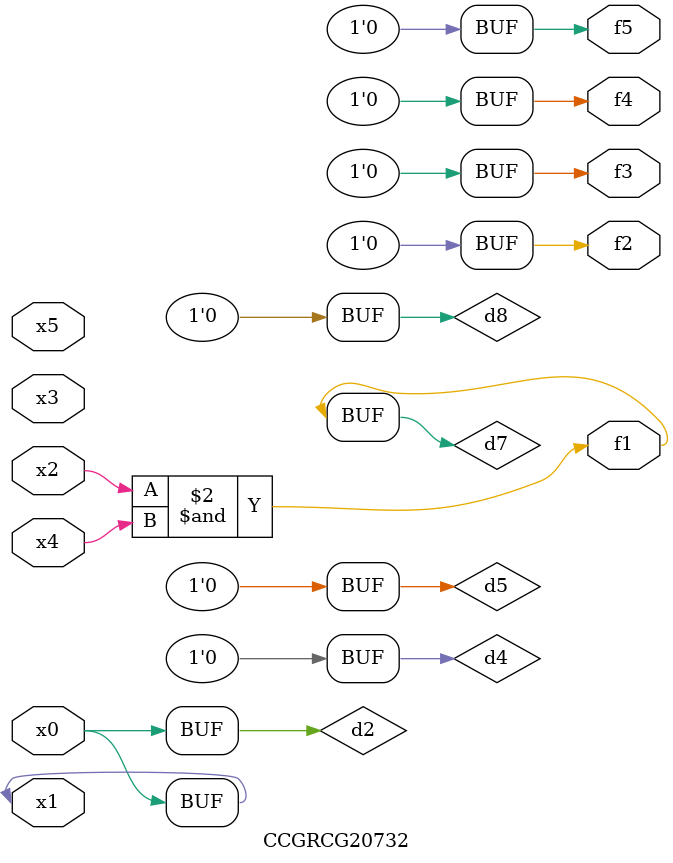
<source format=v>
module CCGRCG20732(
	input x0, x1, x2, x3, x4, x5,
	output f1, f2, f3, f4, f5
);

	wire d1, d2, d3, d4, d5, d6, d7, d8, d9;

	nand (d1, x1);
	buf (d2, x0, x1);
	nand (d3, x2, x4);
	and (d4, d1, d2);
	and (d5, d1, d2);
	nand (d6, d1, d3);
	not (d7, d3);
	xor (d8, d5);
	nor (d9, d5, d6);
	assign f1 = d7;
	assign f2 = d8;
	assign f3 = d8;
	assign f4 = d8;
	assign f5 = d8;
endmodule

</source>
